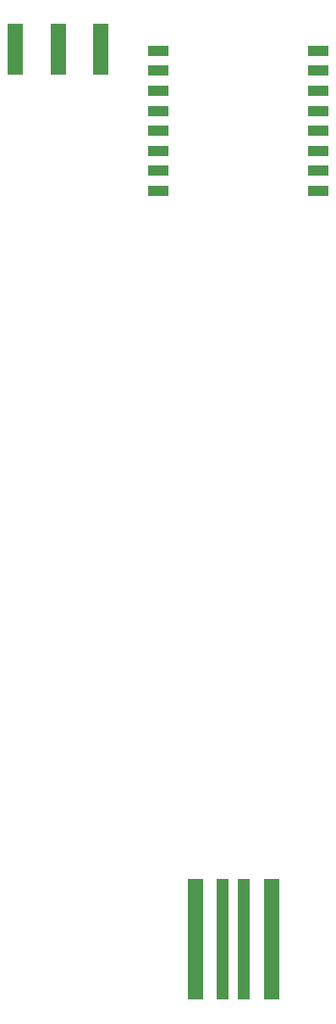
<source format=gbr>
G04 #@! TF.GenerationSoftware,KiCad,Pcbnew,(5.1.7)-1*
G04 #@! TF.CreationDate,2021-01-29T19:27:48+01:00*
G04 #@! TF.ProjectId,powiloc,706f7769-6c6f-4632-9e6b-696361645f70,rev?*
G04 #@! TF.SameCoordinates,Original*
G04 #@! TF.FileFunction,Paste,Top*
G04 #@! TF.FilePolarity,Positive*
%FSLAX46Y46*%
G04 Gerber Fmt 4.6, Leading zero omitted, Abs format (unit mm)*
G04 Created by KiCad (PCBNEW (5.1.7)-1) date 2021-01-29 19:27:48*
%MOMM*%
%LPD*%
G01*
G04 APERTURE LIST*
%ADD10R,1.500000X5.080000*%
%ADD11R,1.270000X12.065000*%
%ADD12R,1.524000X12.100000*%
%ADD13R,2.000000X1.000000*%
G04 APERTURE END LIST*
D10*
X124714000Y-56896000D03*
X120464000Y-56896000D03*
X128964000Y-56896000D03*
D11*
X141160500Y-145669000D03*
D12*
X138430000Y-145664200D03*
D11*
X143319500Y-145681700D03*
D12*
X146050000Y-145664200D03*
D13*
X150748000Y-71008000D03*
X150748000Y-69008000D03*
X150748000Y-67008000D03*
X150748000Y-65008000D03*
X150748000Y-63008000D03*
X150748000Y-61008000D03*
X150748000Y-59008000D03*
X150748000Y-57008000D03*
X134748000Y-57008000D03*
X134748000Y-59008000D03*
X134748000Y-61008000D03*
X134748000Y-63008000D03*
X134748000Y-65008000D03*
X134748000Y-67008000D03*
X134748000Y-69008000D03*
X134748000Y-71008000D03*
M02*

</source>
